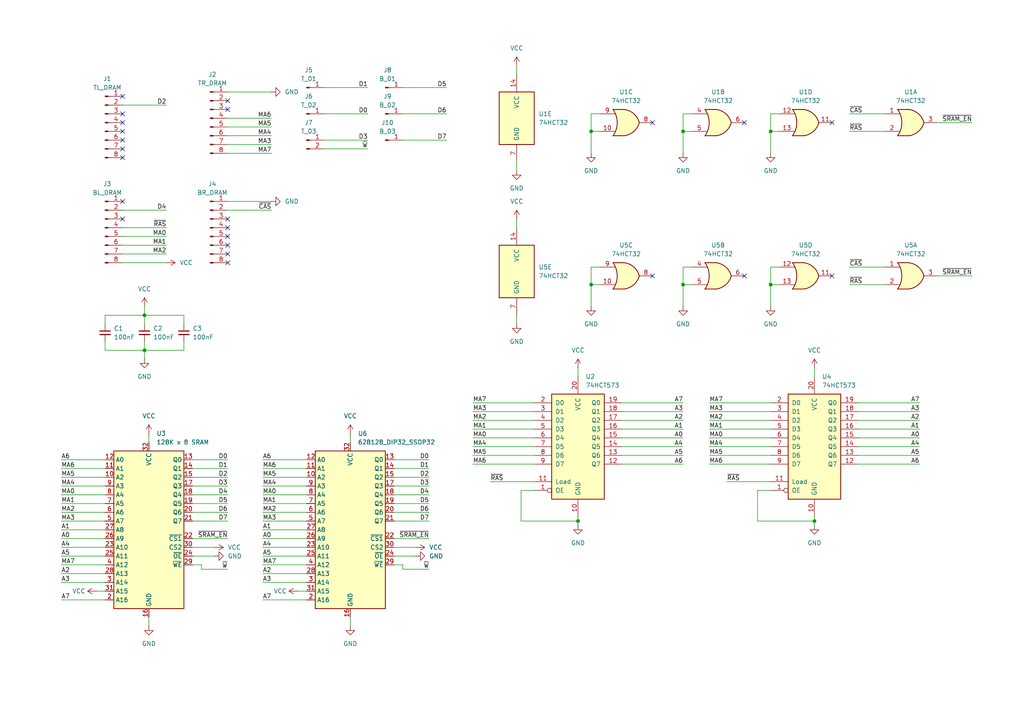
<source format=kicad_sch>
(kicad_sch (version 20231120) (generator "eeschema") (generator_version "8.0")
  (paper "A4")
  (lib_symbols
    (symbol "74xx:74LS32" (pin_names (offset 1.016))
      (property "Reference" "U" (at 0 1.27 0))
      (property "Value" "74LS32" (at 0 -1.27 0))
      (symbol "74LS32_1_1"
        (arc (start -3.81 -3.81) (mid -2.589 0) (end -3.81 3.81) (stroke (width 0.254)))
        (arc (start -0.6096 -3.81) (mid 2.1842 -2.5851) (end 3.81 0) (stroke (width 0.254)) (fill (type background)))
        (polyline (pts (xy -3.81 -3.81) (xy -0.635 -3.81)) (stroke (width 0.254)) (fill (type background)))
        (polyline (pts (xy -3.81 3.81) (xy -0.635 3.81)) (stroke (width 0.254)) (fill (type background)))
        (polyline (pts (xy -0.635 3.81) (xy -3.81 3.81) (xy -3.81 3.81) (xy -3.556 3.4036) (xy -3.0226 2.2606) (xy -2.6924 1.0414) (xy -2.6162 -0.254) (xy -2.7686 -1.4986) (xy -3.175 -2.7178) (xy -3.81 -3.81) (xy -3.81 -3.81) (xy -0.635 -3.81)) (stroke (width -25.4)) (fill (type background)))
        (arc (start 3.81 0) (mid 2.1915 2.5936) (end -0.6096 3.81) (stroke (width 0.254)) (fill (type background)))
        (pin input line (at -7.62 2.54 0) (length 4.318) (name "~") (number "1"))
        (pin input line (at -7.62 -2.54 0) (length 4.318) (name "~") (number "2"))
        (pin output line (at 7.62 0 180) (length 3.81) (name "~") (number "3"))
      )
      (symbol "74LS32_1_2"
        (arc (start 0 -3.81) (mid 3.7934 0) (end 0 3.81) (stroke (width 0.254)) (fill (type background)))
        (polyline (pts (xy 0 3.81) (xy -3.81 3.81) (xy -3.81 -3.81) (xy 0 -3.81)) (stroke (width 0.254)) (fill (type background)))
        (pin input inverted (at -7.62 2.54 0) (length 3.81) (name "~") (number "1"))
        (pin input inverted (at -7.62 -2.54 0) (length 3.81) (name "~") (number "2"))
        (pin output inverted (at 7.62 0 180) (length 3.81) (name "~") (number "3"))
      )
      (symbol "74LS32_2_1"
        (arc (start -3.81 -3.81) (mid -2.589 0) (end -3.81 3.81) (stroke (width 0.254)))
        (arc (start -0.6096 -3.81) (mid 2.1842 -2.5851) (end 3.81 0) (stroke (width 0.254)) (fill (type background)))
        (polyline (pts (xy -3.81 -3.81) (xy -0.635 -3.81)) (stroke (width 0.254)) (fill (type background)))
        (polyline (pts (xy -3.81 3.81) (xy -0.635 3.81)) (stroke (width 0.254)) (fill (type background)))
        (polyline (pts (xy -0.635 3.81) (xy -3.81 3.81) (xy -3.81 3.81) (xy -3.556 3.4036) (xy -3.0226 2.2606) (xy -2.6924 1.0414) (xy -2.6162 -0.254) (xy -2.7686 -1.4986) (xy -3.175 -2.7178) (xy -3.81 -3.81) (xy -3.81 -3.81) (xy -0.635 -3.81)) (stroke (width -25.4)) (fill (type background)))
        (arc (start 3.81 0) (mid 2.1915 2.5936) (end -0.6096 3.81) (stroke (width 0.254)) (fill (type background)))
        (pin input line (at -7.62 2.54 0) (length 4.318) (name "~") (number "4"))
        (pin input line (at -7.62 -2.54 0) (length 4.318) (name "~") (number "5"))
        (pin output line (at 7.62 0 180) (length 3.81) (name "~") (number "6"))
      )
      (symbol "74LS32_2_2"
        (arc (start 0 -3.81) (mid 3.7934 0) (end 0 3.81) (stroke (width 0.254)) (fill (type background)))
        (polyline (pts (xy 0 3.81) (xy -3.81 3.81) (xy -3.81 -3.81) (xy 0 -3.81)) (stroke (width 0.254)) (fill (type background)))
        (pin input inverted (at -7.62 2.54 0) (length 3.81) (name "~") (number "4"))
        (pin input inverted (at -7.62 -2.54 0) (length 3.81) (name "~") (number "5"))
        (pin output inverted (at 7.62 0 180) (length 3.81) (name "~") (number "6"))
      )
      (symbol "74LS32_3_1"
        (arc (start -3.81 -3.81) (mid -2.589 0) (end -3.81 3.81) (stroke (width 0.254)))
        (arc (start -0.6096 -3.81) (mid 2.1842 -2.5851) (end 3.81 0) (stroke (width 0.254)) (fill (type background)))
        (polyline (pts (xy -3.81 -3.81) (xy -0.635 -3.81)) (stroke (width 0.254)) (fill (type background)))
        (polyline (pts (xy -3.81 3.81) (xy -0.635 3.81)) (stroke (width 0.254)) (fill (type background)))
        (polyline (pts (xy -0.635 3.81) (xy -3.81 3.81) (xy -3.81 3.81) (xy -3.556 3.4036) (xy -3.0226 2.2606) (xy -2.6924 1.0414) (xy -2.6162 -0.254) (xy -2.7686 -1.4986) (xy -3.175 -2.7178) (xy -3.81 -3.81) (xy -3.81 -3.81) (xy -0.635 -3.81)) (stroke (width -25.4)) (fill (type background)))
        (arc (start 3.81 0) (mid 2.1915 2.5936) (end -0.6096 3.81) (stroke (width 0.254)) (fill (type background)))
        (pin input line (at -7.62 -2.54 0) (length 4.318) (name "~") (number "10"))
        (pin output line (at 7.62 0 180) (length 3.81) (name "~") (number "8"))
        (pin input line (at -7.62 2.54 0) (length 4.318) (name "~") (number "9"))
      )
      (symbol "74LS32_3_2"
        (arc (start 0 -3.81) (mid 3.7934 0) (end 0 3.81) (stroke (width 0.254)) (fill (type background)))
        (polyline (pts (xy 0 3.81) (xy -3.81 3.81) (xy -3.81 -3.81) (xy 0 -3.81)) (stroke (width 0.254)) (fill (type background)))
        (pin input inverted (at -7.62 -2.54 0) (length 3.81) (name "~") (number "10"))
        (pin output inverted (at 7.62 0 180) (length 3.81) (name "~") (number "8"))
        (pin input inverted (at -7.62 2.54 0) (length 3.81) (name "~") (number "9"))
      )
      (symbol "74LS32_4_1"
        (arc (start -3.81 -3.81) (mid -2.589 0) (end -3.81 3.81) (stroke (width 0.254)))
        (arc (start -0.6096 -3.81) (mid 2.1842 -2.5851) (end 3.81 0) (stroke (width 0.254)) (fill (type background)))
        (polyline (pts (xy -3.81 -3.81) (xy -0.635 -3.81)) (stroke (width 0.254)) (fill (type background)))
        (polyline (pts (xy -3.81 3.81) (xy -0.635 3.81)) (stroke (width 0.254)) (fill (type background)))
        (polyline (pts (xy -0.635 3.81) (xy -3.81 3.81) (xy -3.81 3.81) (xy -3.556 3.4036) (xy -3.0226 2.2606) (xy -2.6924 1.0414) (xy -2.6162 -0.254) (xy -2.7686 -1.4986) (xy -3.175 -2.7178) (xy -3.81 -3.81) (xy -3.81 -3.81) (xy -0.635 -3.81)) (stroke (width -25.4)) (fill (type background)))
        (arc (start 3.81 0) (mid 2.1915 2.5936) (end -0.6096 3.81) (stroke (width 0.254)) (fill (type background)))
        (pin output line (at 7.62 0 180) (length 3.81) (name "~") (number "11"))
        (pin input line (at -7.62 2.54 0) (length 4.318) (name "~") (number "12"))
        (pin input line (at -7.62 -2.54 0) (length 4.318) (name "~") (number "13"))
      )
      (symbol "74LS32_4_2"
        (arc (start 0 -3.81) (mid 3.7934 0) (end 0 3.81) (stroke (width 0.254)) (fill (type background)))
        (polyline (pts (xy 0 3.81) (xy -3.81 3.81) (xy -3.81 -3.81) (xy 0 -3.81)) (stroke (width 0.254)) (fill (type background)))
        (pin output inverted (at 7.62 0 180) (length 3.81) (name "~") (number "11"))
        (pin input inverted (at -7.62 2.54 0) (length 3.81) (name "~") (number "12"))
        (pin input inverted (at -7.62 -2.54 0) (length 3.81) (name "~") (number "13"))
      )
      (symbol "74LS32_5_0"
        (pin power_in line (at 0 12.7 270) (length 5.08) (name "VCC") (number "14"))
        (pin power_in line (at 0 -12.7 90) (length 5.08) (name "GND") (number "7"))
      )
      (symbol "74LS32_5_1"
        (rectangle (start -5.08 7.62) (end 5.08 -7.62) (stroke (width 0.254)) (fill (type background)))
      )
    )
    (symbol "74xx:74LS573" (pin_names (offset 1.016))
      (property "Reference" "U" (at -7.62 16.51 0))
      (property "Value" "74LS573" (at -7.62 -16.51 0))
      (symbol "74LS573_1_0"
        (pin input inverted (at -12.7 -12.7 0) (length 5.08) (name "OE") (number "1"))
        (pin power_in line (at 0 -20.32 90) (length 5.08) (name "GND") (number "10"))
        (pin input line (at -12.7 -10.16 0) (length 5.08) (name "Load") (number "11"))
        (pin tri_state line (at 12.7 -5.08 180) (length 5.08) (name "Q7") (number "12"))
        (pin tri_state line (at 12.7 -2.54 180) (length 5.08) (name "Q6") (number "13"))
        (pin tri_state line (at 12.7 0 180) (length 5.08) (name "Q5") (number "14"))
        (pin tri_state line (at 12.7 2.54 180) (length 5.08) (name "Q4") (number "15"))
        (pin tri_state line (at 12.7 5.08 180) (length 5.08) (name "Q3") (number "16"))
        (pin tri_state line (at 12.7 7.62 180) (length 5.08) (name "Q2") (number "17"))
        (pin tri_state line (at 12.7 10.16 180) (length 5.08) (name "Q1") (number "18"))
        (pin tri_state line (at 12.7 12.7 180) (length 5.08) (name "Q0") (number "19"))
        (pin input line (at -12.7 12.7 0) (length 5.08) (name "D0") (number "2"))
        (pin power_in line (at 0 20.32 270) (length 5.08) (name "VCC") (number "20"))
        (pin input line (at -12.7 10.16 0) (length 5.08) (name "D1") (number "3"))
        (pin input line (at -12.7 7.62 0) (length 5.08) (name "D2") (number "4"))
        (pin input line (at -12.7 5.08 0) (length 5.08) (name "D3") (number "5"))
        (pin input line (at -12.7 2.54 0) (length 5.08) (name "D4") (number "6"))
        (pin input line (at -12.7 0 0) (length 5.08) (name "D5") (number "7"))
        (pin input line (at -12.7 -2.54 0) (length 5.08) (name "D6") (number "8"))
        (pin input line (at -12.7 -5.08 0) (length 5.08) (name "D7") (number "9"))
      )
      (symbol "74LS573_1_1"
        (rectangle (start -7.62 15.24) (end 7.62 -15.24) (stroke (width 0.254)) (fill (type background)))
      )
    )
    (symbol "Connector:Conn_01x01_Pin" (pin_names (offset 1.016) hide)
      (property "Reference" "J" (at 0 2.54 0))
      (property "Value" "Conn_01x01_Pin" (at 0 -2.54 0))
      (symbol "Conn_01x01_Pin_1_1"
        (polyline (pts (xy 1.27 0) (xy 0.8636 0)) (stroke (width 0.1524)))
        (rectangle (start 0.8636 0.127) (end 0 -0.127) (stroke (width 0.1524)) (fill (type outline)))
        (pin passive line (at 5.08 0 180) (length 3.81) (name "Pin_1") (number "1"))
      )
    )
    (symbol "Connector:Conn_01x02_Pin" (pin_names (offset 1.016) hide)
      (property "Reference" "J" (at 0 2.54 0))
      (property "Value" "Conn_01x02_Pin" (at 0 -5.08 0))
      (symbol "Conn_01x02_Pin_1_1"
        (polyline (pts (xy 1.27 -2.54) (xy 0.8636 -2.54)) (stroke (width 0.1524)))
        (polyline (pts (xy 1.27 0) (xy 0.8636 0)) (stroke (width 0.1524)))
        (rectangle (start 0.8636 -2.413) (end 0 -2.667) (stroke (width 0.1524)) (fill (type outline)))
        (rectangle (start 0.8636 0.127) (end 0 -0.127) (stroke (width 0.1524)) (fill (type outline)))
        (pin passive line (at 5.08 0 180) (length 3.81) (name "Pin_1") (number "1"))
        (pin passive line (at 5.08 -2.54 180) (length 3.81) (name "Pin_2") (number "2"))
      )
    )
    (symbol "Connector:Conn_01x08_Pin" (pin_names (offset 1.016) hide)
      (property "Reference" "J" (at 0 10.16 0))
      (property "Value" "Conn_01x08_Pin" (at 0 -12.7 0))
      (symbol "Conn_01x08_Pin_1_1"
        (polyline (pts (xy 1.27 -10.16) (xy 0.8636 -10.16)) (stroke (width 0.1524)))
        (polyline (pts (xy 1.27 -7.62) (xy 0.8636 -7.62)) (stroke (width 0.1524)))
        (polyline (pts (xy 1.27 -5.08) (xy 0.8636 -5.08)) (stroke (width 0.1524)))
        (polyline (pts (xy 1.27 -2.54) (xy 0.8636 -2.54)) (stroke (width 0.1524)))
        (polyline (pts (xy 1.27 0) (xy 0.8636 0)) (stroke (width 0.1524)))
        (polyline (pts (xy 1.27 2.54) (xy 0.8636 2.54)) (stroke (width 0.1524)))
        (polyline (pts (xy 1.27 5.08) (xy 0.8636 5.08)) (stroke (width 0.1524)))
        (polyline (pts (xy 1.27 7.62) (xy 0.8636 7.62)) (stroke (width 0.1524)))
        (rectangle (start 0.8636 -10.033) (end 0 -10.287) (stroke (width 0.1524)) (fill (type outline)))
        (rectangle (start 0.8636 -7.493) (end 0 -7.747) (stroke (width 0.1524)) (fill (type outline)))
        (rectangle (start 0.8636 -4.953) (end 0 -5.207) (stroke (width 0.1524)) (fill (type outline)))
        (rectangle (start 0.8636 -2.413) (end 0 -2.667) (stroke (width 0.1524)) (fill (type outline)))
        (rectangle (start 0.8636 0.127) (end 0 -0.127) (stroke (width 0.1524)) (fill (type outline)))
        (rectangle (start 0.8636 2.667) (end 0 2.413) (stroke (width 0.1524)) (fill (type outline)))
        (rectangle (start 0.8636 5.207) (end 0 4.953) (stroke (width 0.1524)) (fill (type outline)))
        (rectangle (start 0.8636 7.747) (end 0 7.493) (stroke (width 0.1524)) (fill (type outline)))
        (pin passive line (at 5.08 7.62 180) (length 3.81) (name "Pin_1") (number "1"))
        (pin passive line (at 5.08 5.08 180) (length 3.81) (name "Pin_2") (number "2"))
        (pin passive line (at 5.08 2.54 180) (length 3.81) (name "Pin_3") (number "3"))
        (pin passive line (at 5.08 0 180) (length 3.81) (name "Pin_4") (number "4"))
        (pin passive line (at 5.08 -2.54 180) (length 3.81) (name "Pin_5") (number "5"))
        (pin passive line (at 5.08 -5.08 180) (length 3.81) (name "Pin_6") (number "6"))
        (pin passive line (at 5.08 -7.62 180) (length 3.81) (name "Pin_7") (number "7"))
        (pin passive line (at 5.08 -10.16 180) (length 3.81) (name "Pin_8") (number "8"))
      )
    )
    (symbol "Device:C_Small" (pin_numbers hide) (pin_names (offset 0.254) hide)
      (property "Reference" "C" (at 0.254 1.778 0))
      (property "Value" "C_Small" (at 0.254 -2.032 0))
      (symbol "C_Small_0_1"
        (polyline (pts (xy -1.524 -0.508) (xy 1.524 -0.508)) (stroke (width 0.3302)))
        (polyline (pts (xy -1.524 0.508) (xy 1.524 0.508)) (stroke (width 0.3048)))
      )
      (symbol "C_Small_1_1"
        (pin passive line (at 0 2.54 270) (length 2.032) (name "~") (number "1"))
        (pin passive line (at 0 -2.54 90) (length 2.032) (name "~") (number "2"))
      )
    )
    (symbol "Memory_RAM:628128_DIP32_SSOP32"
      (property "Reference" "U" (at -10.16 23.495 0))
      (property "Value" "628128_DIP32_SSOP32" (at 2.54 23.495 0))
      (symbol "628128_DIP32_SSOP32_0_0"
        (pin power_in line (at 0 -25.4 90) (length 2.54) (name "GND") (number "16"))
        (pin power_in line (at 0 25.4 270) (length 2.54) (name "VCC") (number "32"))
      )
      (symbol "628128_DIP32_SSOP32_0_1"
        (rectangle (start -10.16 22.86) (end 10.16 -22.86) (stroke (width 0.254)) (fill (type background)))
      )
      (symbol "628128_DIP32_SSOP32_1_1"
        (pin no_connect line (at 10.16 -20.32 180) (length 2.54) hide (name "NC") (number "1"))
        (pin input line (at -12.7 15.24 0) (length 2.54) (name "A2") (number "10"))
        (pin input line (at -12.7 17.78 0) (length 2.54) (name "A1") (number "11"))
        (pin input line (at -12.7 20.32 0) (length 2.54) (name "A0") (number "12"))
        (pin tri_state line (at 12.7 20.32 180) (length 2.54) (name "Q0") (number "13"))
        (pin tri_state line (at 12.7 17.78 180) (length 2.54) (name "Q1") (number "14"))
        (pin tri_state line (at 12.7 15.24 180) (length 2.54) (name "Q2") (number "15"))
        (pin tri_state line (at 12.7 12.7 180) (length 2.54) (name "Q3") (number "17"))
        (pin tri_state line (at 12.7 10.16 180) (length 2.54) (name "Q4") (number "18"))
        (pin tri_state line (at 12.7 7.62 180) (length 2.54) (name "Q5") (number "19"))
        (pin input line (at -12.7 -20.32 0) (length 2.54) (name "A16") (number "2"))
        (pin tri_state line (at 12.7 5.08 180) (length 2.54) (name "Q6") (number "20"))
        (pin tri_state line (at 12.7 2.54 180) (length 2.54) (name "Q7") (number "21"))
        (pin input line (at 12.7 -2.54 180) (length 2.54) (name "~{CS1}") (number "22"))
        (pin input line (at -12.7 -5.08 0) (length 2.54) (name "A10") (number "23"))
        (pin input line (at 12.7 -7.62 180) (length 2.54) (name "~{OE}") (number "24"))
        (pin input line (at -12.7 -7.62 0) (length 2.54) (name "A11") (number "25"))
        (pin input line (at -12.7 -2.54 0) (length 2.54) (name "A9") (number "26"))
        (pin input line (at -12.7 0 0) (length 2.54) (name "A8") (number "27"))
        (pin input line (at -12.7 -12.7 0) (length 2.54) (name "A13") (number "28"))
        (pin input line (at 12.7 -10.16 180) (length 2.54) (name "~{WE}") (number "29"))
        (pin input line (at -12.7 -15.24 0) (length 2.54) (name "A14") (number "3"))
        (pin input line (at 12.7 -5.08 180) (length 2.54) (name "CS2") (number "30"))
        (pin input line (at -12.7 -17.78 0) (length 2.54) (name "A15") (number "31"))
        (pin input line (at -12.7 -10.16 0) (length 2.54) (name "A12") (number "4"))
        (pin input line (at -12.7 2.54 0) (length 2.54) (name "A7") (number "5"))
        (pin input line (at -12.7 5.08 0) (length 2.54) (name "A6") (number "6"))
        (pin input line (at -12.7 7.62 0) (length 2.54) (name "A5") (number "7"))
        (pin input line (at -12.7 10.16 0) (length 2.54) (name "A4") (number "8"))
        (pin input line (at -12.7 12.7 0) (length 2.54) (name "A3") (number "9"))
      )
    )
    (symbol "power:GND" (power) (pin_numbers hide) (pin_names (offset 0) hide)
      (property "Value" "GND" (at 0 -3.81 0))
      (symbol "GND_0_1"
        (polyline (pts (xy 0 0) (xy 0 -1.27) (xy 1.27 -1.27) (xy 0 -2.54) (xy -1.27 -1.27) (xy 0 -1.27)))
      )
      (symbol "GND_1_1"
        (pin power_in line (at 0 0 270) (length 0) (name "~") (number "1"))
      )
    )
    (symbol "power:VCC" (power) (pin_numbers hide) (pin_names (offset 0) hide)
      (property "Value" "VCC" (at 0 3.556 0))
      (symbol "VCC_0_1"
        (polyline (pts (xy -0.762 1.27) (xy 0 2.54)))
        (polyline (pts (xy 0 0) (xy 0 2.54)))
        (polyline (pts (xy 0 2.54) (xy 0.762 1.27)))
      )
      (symbol "VCC_1_1"
        (pin power_in line (at 0 0 90) (length 0) (name "~") (number "1"))
      )
    )
  )
  (junction (at 167.64 151.13))
  (junction (at 223.52 38.1))
  (junction (at 198.12 82.55))
  (junction (at 41.91 101.6))
  (junction (at 171.45 82.55))
  (junction (at 198.12 38.1))
  (junction (at 171.45 38.1))
  (junction (at 41.91 91.44))
  (junction (at 223.52 82.55))
  (junction (at 236.22 151.13))
  (no_connect (at 66.04 31.75))
  (no_connect (at 241.3 80.01))
  (no_connect (at 35.56 27.94))
  (no_connect (at 35.56 63.5))
  (no_connect (at 215.9 35.56))
  (no_connect (at 66.04 63.5))
  (no_connect (at 35.56 43.18))
  (no_connect (at 66.04 73.66))
  (no_connect (at 189.23 35.56))
  (no_connect (at 66.04 66.04))
  (no_connect (at 66.04 29.21))
  (no_connect (at 66.04 71.12))
  (no_connect (at 35.56 38.1))
  (no_connect (at 215.9 80.01))
  (no_connect (at 241.3 35.56))
  (no_connect (at 189.23 80.01))
  (no_connect (at 66.04 76.2))
  (no_connect (at 66.04 68.58))
  (no_connect (at 35.56 40.64))
  (no_connect (at 35.56 35.56))
  (no_connect (at 35.56 58.42))
  (no_connect (at 35.56 45.72))
  (no_connect (at 35.56 33.02))
  (wire (pts (xy 27.94 171.45) (xy 30.48 171.45)))
  (wire (pts (xy 66.04 34.29) (xy 78.74 34.29)))
  (wire (pts (xy 76.2 153.67) (xy 88.9 153.67)))
  (wire (pts (xy 114.3 140.97) (xy 124.46 140.97)))
  (wire (pts (xy 101.6 179.07) (xy 101.6 181.61)))
  (wire (pts (xy 114.3 135.89) (xy 124.46 135.89)))
  (wire (pts (xy 167.64 149.86) (xy 167.64 151.13)))
  (wire (pts (xy 93.98 33.02) (xy 106.68 33.02)))
  (wire (pts (xy 114.3 161.29) (xy 120.65 161.29)))
  (wire (pts (xy 137.16 129.54) (xy 154.94 129.54)))
  (wire (pts (xy 41.91 88.9) (xy 41.91 91.44)))
  (wire (pts (xy 41.91 91.44) (xy 53.34 91.44)))
  (wire (pts (xy 35.56 60.96) (xy 48.26 60.96)))
  (wire (pts (xy 116.84 165.1) (xy 124.46 165.1)))
  (wire (pts (xy 17.78 133.35) (xy 30.48 133.35)))
  (wire (pts (xy 248.92 132.08) (xy 266.7 132.08)))
  (wire (pts (xy 76.2 173.99) (xy 88.9 173.99)))
  (wire (pts (xy 223.52 33.02) (xy 226.06 33.02)))
  (wire (pts (xy 76.2 166.37) (xy 88.9 166.37)))
  (wire (pts (xy 30.48 93.98) (xy 30.48 91.44)))
  (wire (pts (xy 17.78 146.05) (xy 30.48 146.05)))
  (wire (pts (xy 223.52 139.7) (xy 210.82 139.7)))
  (wire (pts (xy 223.52 88.9) (xy 223.52 82.55)))
  (wire (pts (xy 271.78 80.01) (xy 281.94 80.01)))
  (wire (pts (xy 76.2 133.35) (xy 88.9 133.35)))
  (wire (pts (xy 41.91 101.6) (xy 41.91 104.14)))
  (wire (pts (xy 17.78 138.43) (xy 30.48 138.43)))
  (wire (pts (xy 114.3 143.51) (xy 124.46 143.51)))
  (wire (pts (xy 151.13 142.24) (xy 154.94 142.24)))
  (wire (pts (xy 236.22 151.13) (xy 236.22 152.4)))
  (wire (pts (xy 114.3 148.59) (xy 124.46 148.59)))
  (wire (pts (xy 248.92 121.92) (xy 266.7 121.92)))
  (wire (pts (xy 116.84 33.02) (xy 129.54 33.02)))
  (wire (pts (xy 171.45 82.55) (xy 173.99 82.55)))
  (wire (pts (xy 76.2 151.13) (xy 88.9 151.13)))
  (wire (pts (xy 76.2 163.83) (xy 88.9 163.83)))
  (wire (pts (xy 271.78 35.56) (xy 281.94 35.56)))
  (wire (pts (xy 17.78 140.97) (xy 30.48 140.97)))
  (wire (pts (xy 35.56 71.12) (xy 48.26 71.12)))
  (wire (pts (xy 43.18 125.73) (xy 43.18 128.27)))
  (wire (pts (xy 236.22 106.68) (xy 236.22 109.22)))
  (wire (pts (xy 53.34 91.44) (xy 53.34 93.98)))
  (wire (pts (xy 55.88 161.29) (xy 62.23 161.29)))
  (wire (pts (xy 205.74 127) (xy 223.52 127)))
  (wire (pts (xy 35.56 73.66) (xy 48.26 73.66)))
  (wire (pts (xy 114.3 151.13) (xy 124.46 151.13)))
  (wire (pts (xy 137.16 134.62) (xy 154.94 134.62)))
  (wire (pts (xy 246.38 38.1) (xy 256.54 38.1)))
  (wire (pts (xy 66.04 60.96) (xy 78.74 60.96)))
  (wire (pts (xy 248.92 119.38) (xy 266.7 119.38)))
  (wire (pts (xy 35.56 68.58) (xy 48.26 68.58)))
  (wire (pts (xy 167.64 106.68) (xy 167.64 109.22)))
  (wire (pts (xy 17.78 135.89) (xy 30.48 135.89)))
  (wire (pts (xy 171.45 38.1) (xy 171.45 33.02)))
  (wire (pts (xy 149.86 91.44) (xy 149.86 93.98)))
  (wire (pts (xy 198.12 77.47) (xy 200.66 77.47)))
  (wire (pts (xy 198.12 38.1) (xy 198.12 33.02)))
  (wire (pts (xy 149.86 63.5) (xy 149.86 66.04)))
  (wire (pts (xy 76.2 158.75) (xy 88.9 158.75)))
  (wire (pts (xy 76.2 146.05) (xy 88.9 146.05)))
  (wire (pts (xy 30.48 99.06) (xy 30.48 101.6)))
  (wire (pts (xy 41.91 99.06) (xy 41.91 101.6)))
  (wire (pts (xy 198.12 88.9) (xy 198.12 82.55)))
  (wire (pts (xy 180.34 129.54) (xy 198.12 129.54)))
  (wire (pts (xy 167.64 151.13) (xy 167.64 152.4)))
  (wire (pts (xy 248.92 124.46) (xy 266.7 124.46)))
  (wire (pts (xy 223.52 44.45) (xy 223.52 38.1)))
  (wire (pts (xy 180.34 121.92) (xy 198.12 121.92)))
  (wire (pts (xy 66.04 26.67) (xy 78.74 26.67)))
  (wire (pts (xy 66.04 58.42) (xy 78.74 58.42)))
  (wire (pts (xy 198.12 38.1) (xy 200.66 38.1)))
  (wire (pts (xy 236.22 149.86) (xy 236.22 151.13)))
  (wire (pts (xy 151.13 151.13) (xy 151.13 142.24)))
  (wire (pts (xy 58.42 163.83) (xy 58.42 165.1)))
  (wire (pts (xy 116.84 163.83) (xy 116.84 165.1)))
  (wire (pts (xy 114.3 158.75) (xy 120.65 158.75)))
  (wire (pts (xy 137.16 119.38) (xy 154.94 119.38)))
  (wire (pts (xy 35.56 66.04) (xy 48.26 66.04)))
  (wire (pts (xy 223.52 38.1) (xy 223.52 33.02)))
  (wire (pts (xy 17.78 153.67) (xy 30.48 153.67)))
  (wire (pts (xy 35.56 76.2) (xy 48.26 76.2)))
  (wire (pts (xy 137.16 124.46) (xy 154.94 124.46)))
  (wire (pts (xy 116.84 40.64) (xy 129.54 40.64)))
  (wire (pts (xy 205.74 121.92) (xy 223.52 121.92)))
  (wire (pts (xy 17.78 148.59) (xy 30.48 148.59)))
  (wire (pts (xy 180.34 132.08) (xy 198.12 132.08)))
  (wire (pts (xy 248.92 129.54) (xy 266.7 129.54)))
  (wire (pts (xy 17.78 173.99) (xy 30.48 173.99)))
  (wire (pts (xy 53.34 101.6) (xy 53.34 99.06)))
  (wire (pts (xy 17.78 168.91) (xy 30.48 168.91)))
  (wire (pts (xy 198.12 33.02) (xy 200.66 33.02)))
  (wire (pts (xy 66.04 39.37) (xy 78.74 39.37)))
  (wire (pts (xy 114.3 133.35) (xy 124.46 133.35)))
  (wire (pts (xy 17.78 161.29) (xy 30.48 161.29)))
  (wire (pts (xy 219.71 151.13) (xy 219.71 142.24)))
  (wire (pts (xy 223.52 77.47) (xy 226.06 77.47)))
  (wire (pts (xy 171.45 44.45) (xy 171.45 38.1)))
  (wire (pts (xy 93.98 43.18) (xy 106.68 43.18)))
  (wire (pts (xy 137.16 132.08) (xy 154.94 132.08)))
  (wire (pts (xy 180.34 134.62) (xy 198.12 134.62)))
  (wire (pts (xy 248.92 127) (xy 266.7 127)))
  (wire (pts (xy 93.98 25.4) (xy 106.68 25.4)))
  (wire (pts (xy 93.98 40.64) (xy 106.68 40.64)))
  (wire (pts (xy 114.3 163.83) (xy 116.84 163.83)))
  (wire (pts (xy 17.78 158.75) (xy 30.48 158.75)))
  (wire (pts (xy 246.38 77.47) (xy 256.54 77.47)))
  (wire (pts (xy 55.88 156.21) (xy 66.04 156.21)))
  (wire (pts (xy 66.04 36.83) (xy 78.74 36.83)))
  (wire (pts (xy 223.52 82.55) (xy 226.06 82.55)))
  (wire (pts (xy 205.74 124.46) (xy 223.52 124.46)))
  (wire (pts (xy 17.78 156.21) (xy 30.48 156.21)))
  (wire (pts (xy 223.52 38.1) (xy 226.06 38.1)))
  (wire (pts (xy 17.78 151.13) (xy 30.48 151.13)))
  (wire (pts (xy 55.88 138.43) (xy 66.04 138.43)))
  (wire (pts (xy 17.78 143.51) (xy 30.48 143.51)))
  (wire (pts (xy 55.88 133.35) (xy 66.04 133.35)))
  (wire (pts (xy 55.88 140.97) (xy 66.04 140.97)))
  (wire (pts (xy 219.71 151.13) (xy 236.22 151.13)))
  (wire (pts (xy 246.38 82.55) (xy 256.54 82.55)))
  (wire (pts (xy 76.2 148.59) (xy 88.9 148.59)))
  (wire (pts (xy 246.38 33.02) (xy 256.54 33.02)))
  (wire (pts (xy 58.42 165.1) (xy 66.04 165.1)))
  (wire (pts (xy 55.88 143.51) (xy 66.04 143.51)))
  (wire (pts (xy 171.45 88.9) (xy 171.45 82.55)))
  (wire (pts (xy 43.18 179.07) (xy 43.18 181.61)))
  (wire (pts (xy 171.45 38.1) (xy 173.99 38.1)))
  (wire (pts (xy 55.88 158.75) (xy 62.23 158.75)))
  (wire (pts (xy 41.91 101.6) (xy 53.34 101.6)))
  (wire (pts (xy 223.52 82.55) (xy 223.52 77.47)))
  (wire (pts (xy 180.34 124.46) (xy 198.12 124.46)))
  (wire (pts (xy 198.12 82.55) (xy 198.12 77.47)))
  (wire (pts (xy 55.88 135.89) (xy 66.04 135.89)))
  (wire (pts (xy 151.13 151.13) (xy 167.64 151.13)))
  (wire (pts (xy 66.04 41.91) (xy 78.74 41.91)))
  (wire (pts (xy 55.88 151.13) (xy 66.04 151.13)))
  (wire (pts (xy 180.34 127) (xy 198.12 127)))
  (wire (pts (xy 76.2 135.89) (xy 88.9 135.89)))
  (wire (pts (xy 76.2 140.97) (xy 88.9 140.97)))
  (wire (pts (xy 41.91 91.44) (xy 41.91 93.98)))
  (wire (pts (xy 248.92 134.62) (xy 266.7 134.62)))
  (wire (pts (xy 76.2 156.21) (xy 88.9 156.21)))
  (wire (pts (xy 116.84 25.4) (xy 129.54 25.4)))
  (wire (pts (xy 180.34 116.84) (xy 198.12 116.84)))
  (wire (pts (xy 55.88 163.83) (xy 58.42 163.83)))
  (wire (pts (xy 17.78 163.83) (xy 30.48 163.83)))
  (wire (pts (xy 171.45 33.02) (xy 173.99 33.02)))
  (wire (pts (xy 149.86 46.99) (xy 149.86 49.53)))
  (wire (pts (xy 17.78 166.37) (xy 30.48 166.37)))
  (wire (pts (xy 137.16 121.92) (xy 154.94 121.92)))
  (wire (pts (xy 114.3 146.05) (xy 124.46 146.05)))
  (wire (pts (xy 114.3 138.43) (xy 124.46 138.43)))
  (wire (pts (xy 66.04 44.45) (xy 78.74 44.45)))
  (wire (pts (xy 205.74 132.08) (xy 223.52 132.08)))
  (wire (pts (xy 86.36 171.45) (xy 88.9 171.45)))
  (wire (pts (xy 180.34 119.38) (xy 198.12 119.38)))
  (wire (pts (xy 30.48 91.44) (xy 41.91 91.44)))
  (wire (pts (xy 76.2 161.29) (xy 88.9 161.29)))
  (wire (pts (xy 154.94 139.7) (xy 142.24 139.7)))
  (wire (pts (xy 55.88 146.05) (xy 66.04 146.05)))
  (wire (pts (xy 76.2 138.43) (xy 88.9 138.43)))
  (wire (pts (xy 219.71 142.24) (xy 223.52 142.24)))
  (wire (pts (xy 30.48 101.6) (xy 41.91 101.6)))
  (wire (pts (xy 76.2 143.51) (xy 88.9 143.51)))
  (wire (pts (xy 205.74 119.38) (xy 223.52 119.38)))
  (wire (pts (xy 171.45 77.47) (xy 173.99 77.47)))
  (wire (pts (xy 101.6 125.73) (xy 101.6 128.27)))
  (wire (pts (xy 198.12 82.55) (xy 200.66 82.55)))
  (wire (pts (xy 137.16 127) (xy 154.94 127)))
  (wire (pts (xy 205.74 134.62) (xy 223.52 134.62)))
  (wire (pts (xy 137.16 116.84) (xy 154.94 116.84)))
  (wire (pts (xy 171.45 82.55) (xy 171.45 77.47)))
  (wire (pts (xy 149.86 19.05) (xy 149.86 21.59)))
  (wire (pts (xy 55.88 148.59) (xy 66.04 148.59)))
  (wire (pts (xy 205.74 129.54) (xy 223.52 129.54)))
  (wire (pts (xy 35.56 30.48) (xy 48.26 30.48)))
  (wire (pts (xy 248.92 116.84) (xy 266.7 116.84)))
  (wire (pts (xy 198.12 44.45) (xy 198.12 38.1)))
  (wire (pts (xy 114.3 156.21) (xy 124.46 156.21)))
  (wire (pts (xy 205.74 116.84) (xy 223.52 116.84)))
  (wire (pts (xy 76.2 168.91) (xy 88.9 168.91)))
  (label "MA6" (at 17.78 135.89 0))
  (label "A7" (at 198.12 116.84 180))
  (label "MA2" (at 205.74 121.92 0))
  (label "D5" (at 129.54 25.4 180))
  (label "A1" (at 266.7 124.46 180))
  (label "D5" (at 124.46 146.05 180))
  (label "D4" (at 48.26 60.96 180))
  (label "~{RAS}" (at 142.24 139.7 0))
  (label "MA3" (at 78.74 41.91 180))
  (label "D2" (at 48.26 30.48 180))
  (label "MA2" (at 48.26 73.66 180))
  (label "MA7" (at 205.74 116.84 0))
  (label "D0" (at 66.04 133.35 180))
  (label "A1" (at 76.2 153.67 0))
  (label "D1" (at 66.04 135.89 180))
  (label "MA7" (at 78.74 44.45 180))
  (label "A3" (at 198.12 119.38 180))
  (label "D7" (at 129.54 40.64 180))
  (label "A0" (at 266.7 127 180))
  (label "MA3" (at 17.78 151.13 0))
  (label "A7" (at 266.7 116.84 180))
  (label "A4" (at 17.78 158.75 0))
  (label "A1" (at 17.78 153.67 0))
  (label "D2" (at 66.04 138.43 180))
  (label "MA2" (at 76.2 148.59 0))
  (label "~{RAS}" (at 210.82 139.7 0))
  (label "A6" (at 198.12 134.62 180))
  (label "A2" (at 266.7 121.92 180))
  (label "MA4" (at 137.16 129.54 0))
  (label "D5" (at 66.04 146.05 180))
  (label "D3" (at 106.68 40.64 180))
  (label "MA0" (at 137.16 127 0))
  (label "D0" (at 124.46 133.35 180))
  (label "D6" (at 129.54 33.02 180))
  (label "MA7" (at 137.16 116.84 0))
  (label "A0" (at 198.12 127 180))
  (label "A7" (at 17.78 173.99 0))
  (label "MA6" (at 78.74 34.29 180))
  (label "D7" (at 124.46 151.13 180))
  (label "MA5" (at 137.16 132.08 0))
  (label "MA3" (at 205.74 119.38 0))
  (label "A4" (at 76.2 158.75 0))
  (label "D3" (at 124.46 140.97 180))
  (label "~{CAS}" (at 246.38 77.47 0))
  (label "~{W}" (at 124.46 165.1 180))
  (label "A1" (at 198.12 124.46 180))
  (label "A0" (at 17.78 156.21 0))
  (label "A6" (at 17.78 133.35 0))
  (label "D1" (at 124.46 135.89 180))
  (label "MA6" (at 76.2 135.89 0))
  (label "MA1" (at 137.16 124.46 0))
  (label "MA2" (at 137.16 121.92 0))
  (label "~{RAS}" (at 246.38 38.1 0))
  (label "A2" (at 17.78 166.37 0))
  (label "D6" (at 124.46 148.59 180))
  (label "MA0" (at 17.78 143.51 0))
  (label "MA2" (at 17.78 148.59 0))
  (label "MA3" (at 76.2 151.13 0))
  (label "D1" (at 106.68 25.4 180))
  (label "A7" (at 76.2 173.99 0))
  (label "MA1" (at 76.2 146.05 0))
  (label "A0" (at 76.2 156.21 0))
  (label "A3" (at 17.78 168.91 0))
  (label "MA6" (at 205.74 134.62 0))
  (label "MA5" (at 76.2 138.43 0))
  (label "D2" (at 124.46 138.43 180))
  (label "A5" (at 198.12 132.08 180))
  (label "MA1" (at 48.26 71.12 180))
  (label "A2" (at 198.12 121.92 180))
  (label "A2" (at 76.2 166.37 0))
  (label "MA1" (at 17.78 146.05 0))
  (label "MA5" (at 17.78 138.43 0))
  (label "MA0" (at 205.74 127 0))
  (label "~{CAS}" (at 246.38 33.02 0))
  (label "MA0" (at 76.2 143.51 0))
  (label "~{SRAM_EN}" (at 281.94 35.56 180))
  (label "MA5" (at 205.74 132.08 0))
  (label "A5" (at 17.78 161.29 0))
  (label "~{W}" (at 66.04 165.1 180))
  (label "A5" (at 266.7 132.08 180))
  (label "D6" (at 66.04 148.59 180))
  (label "MA1" (at 205.74 124.46 0))
  (label "~{CAS}" (at 78.74 60.96 180))
  (label "~{SRAM_EN}" (at 281.94 80.01 180))
  (label "D4" (at 66.04 143.51 180))
  (label "A6" (at 76.2 133.35 0))
  (label "MA0" (at 48.26 68.58 180))
  (label "A4" (at 198.12 129.54 180))
  (label "MA7" (at 17.78 163.83 0))
  (label "MA4" (at 205.74 129.54 0))
  (label "D4" (at 124.46 143.51 180))
  (label "A5" (at 76.2 161.29 0))
  (label "~{RAS}" (at 246.38 82.55 0))
  (label "A4" (at 266.7 129.54 180))
  (label "MA5" (at 78.74 36.83 180))
  (label "MA3" (at 137.16 119.38 0))
  (label "A3" (at 76.2 168.91 0))
  (label "D0" (at 106.68 33.02 180))
  (label "MA4" (at 17.78 140.97 0))
  (label "D7" (at 66.04 151.13 180))
  (label "MA6" (at 137.16 134.62 0))
  (label "MA7" (at 76.2 163.83 0))
  (label "D3" (at 66.04 140.97 180))
  (label "MA4" (at 76.2 140.97 0))
  (label "~{SRAM_EN}" (at 66.04 156.21 180))
  (label "A6" (at 266.7 134.62 180))
  (label "MA4" (at 78.74 39.37 180))
  (label "A3" (at 266.7 119.38 180))
  (label "~{SRAM_EN}" (at 124.46 156.21 180))
  (label "~{RAS}" (at 48.26 66.04 180))
  (label "~{W}" (at 106.68 43.18 180))
  (symbol (lib_id "power:GND") (at 62.23 161.29 90) (unit 1)
    (property "Reference" "#PWR017" (effects (hide yes)))
    (property "Value" "GND" (at 66.04 161.2899 90) (effects (justify right)))
    (property "Description" "Power symbol creates a global label with name \"GND\" , ground" (effects (hide yes)))
  )
  (symbol (lib_id "74xx:74LS32") (at 208.28 80.01 0) (unit 2)
    (property "Reference" "U5" (at 208.28 71.12 0))
    (property "Value" "74HCT32" (at 208.28 73.66 0))
    (property "Footprint" "Package_SO:SO-14_3.9x8.65mm_P1.27mm" (effects (hide yes)))
    (property "Datasheet" "http://www.ti.com/lit/gpn/sn74LS32" (effects (hide yes)))
    (property "Description" "Quad 2-input OR" (effects (hide yes)))
  )
  (symbol (lib_id "power:GND") (at 198.12 44.45 0) (unit 1)
    (property "Reference" "#PWR015" (effects (hide yes)))
    (property "Value" "GND" (at 198.12 49.53 0))
    (property "Description" "Power symbol creates a global label with name \"GND\" , ground" (effects (hide yes)))
  )
  (symbol (lib_id "74xx:74LS32") (at 208.28 35.56 0) (unit 2)
    (property "Reference" "U1" (at 208.28 26.67 0))
    (property "Value" "74HCT32" (at 208.28 29.21 0))
    (property "Footprint" "Package_DIP:DIP-14_W7.62mm" (effects (hide yes)))
    (property "Datasheet" "http://www.ti.com/lit/gpn/sn74LS32" (effects (hide yes)))
    (property "Description" "Quad 2-input OR" (effects (hide yes)))
  )
  (symbol (lib_id "power:GND") (at 78.74 58.42 90) (unit 1)
    (property "Reference" "#PWR03" (effects (hide yes)))
    (property "Value" "GND" (at 82.55 58.4199 90) (effects (justify right)))
    (property "Description" "Power symbol creates a global label with name \"GND\" , ground" (effects (hide yes)))
  )
  (symbol (lib_id "Memory_RAM:628128_DIP32_SSOP32") (at 101.6 153.67 0) (unit 1)
    (property "Reference" "U6" (at 103.7941 125.73 0) (effects (justify left)))
    (property "Value" "628128_DIP32_SSOP32" (at 103.7941 128.27 0) (effects (justify left)))
    (property "Footprint" "Package_SO:SOP-32_11.305x20.495mm_P1.27mm" (effects (hide yes)))
    (property "Datasheet" "http://www.futurlec.com/Datasheet/Memory/628128.pdf" (effects (hide yes)))
    (property "Description" "128K x 8 High-Speed CMOS Static RAM, 55/70ns, DIP-32/SSOP-32" (effects (hide yes)))
  )
  (symbol (lib_id "Memory_RAM:628128_DIP32_SSOP32") (at 43.18 153.67 0) (unit 1)
    (property "Reference" "U3" (at 45.3741 125.73 0) (effects (justify left)))
    (property "Value" "128K x 8 SRAM" (at 45.3741 128.27 0) (effects (justify left)))
    (property "Footprint" "Package_DIP:DIP-32_W15.24mm" (effects (hide yes)))
    (property "Datasheet" "http://www.futurlec.com/Datasheet/Memory/628128.pdf" (effects (hide yes)))
    (property "Description" "128K x 8 High-Speed CMOS Static RAM, 55/70ns, DIP-32/SSOP-32" (effects (hide yes)))
  )
  (symbol (lib_id "power:GND") (at 101.6 181.61 0) (unit 1)
    (property "Reference" "#PWR027" (effects (hide yes)))
    (property "Value" "GND" (at 101.6 186.69 0))
    (property "Description" "Power symbol creates a global label with name \"GND\" , ground" (effects (hide yes)))
  )
  (symbol (lib_id "power:VCC") (at 120.65 158.75 270) (unit 1)
    (property "Reference" "#PWR028" (effects (hide yes)))
    (property "Value" "VCC" (at 124.46 158.7499 90) (effects (justify left)))
    (property "Description" "Power symbol creates a global label with name \"VCC\"" (effects (hide yes)))
  )
  (symbol (lib_id "74xx:74LS32") (at 233.68 35.56 0) (unit 4)
    (property "Reference" "U1" (at 233.68 26.67 0))
    (property "Value" "74HCT32" (at 233.68 29.21 0))
    (property "Footprint" "Package_DIP:DIP-14_W7.62mm" (effects (hide yes)))
    (property "Datasheet" "http://www.ti.com/lit/gpn/sn74LS32" (effects (hide yes)))
    (property "Description" "Quad 2-input OR" (effects (hide yes)))
  )
  (symbol (lib_id "power:GND") (at 43.18 181.61 0) (unit 1)
    (property "Reference" "#PWR07" (effects (hide yes)))
    (property "Value" "GND" (at 43.18 186.69 0))
    (property "Description" "Power symbol creates a global label with name \"GND\" , ground" (effects (hide yes)))
  )
  (symbol (lib_id "Connector:Conn_01x08_Pin") (at 30.48 66.04 0) (unit 1)
    (property "Reference" "J3" (at 31.115 53.34 0))
    (property "Value" "BL_DRAM" (at 31.115 55.88 0))
    (property "Footprint" "Connector_PinHeader_2.54mm:PinHeader_1x08_P2.54mm_Vertical" (effects (hide yes)))
    (property "Description" "Generic connector, single row, 01x08, script generated" (effects (hide yes)))
  )
  (symbol (lib_id "74xx:74LS32") (at 181.61 80.01 0) (unit 3)
    (property "Reference" "U5" (at 181.61 71.12 0))
    (property "Value" "74HCT32" (at 181.61 73.66 0))
    (property "Footprint" "Package_SO:SO-14_3.9x8.65mm_P1.27mm" (effects (hide yes)))
    (property "Datasheet" "http://www.ti.com/lit/gpn/sn74LS32" (effects (hide yes)))
    (property "Description" "Quad 2-input OR" (effects (hide yes)))
  )
  (symbol (lib_id "power:VCC") (at 62.23 158.75 270) (unit 1)
    (property "Reference" "#PWR018" (effects (hide yes)))
    (property "Value" "VCC" (at 66.04 158.7499 90) (effects (justify left)))
    (property "Description" "Power symbol creates a global label with name \"VCC\"" (effects (hide yes)))
  )
  (symbol (lib_id "Connector:Conn_01x01_Pin") (at 88.9 25.4 0) (unit 1)
    (property "Reference" "J5" (at 89.535 20.32 0))
    (property "Value" "T_01" (at 89.535 22.86 0))
    (property "Footprint" "Connector_PinHeader_2.54mm:PinHeader_1x01_P2.54mm_Vertical" (effects (hide yes)))
    (property "Description" "Generic connector, single row, 01x01, script generated" (effects (hide yes)))
  )
  (symbol (lib_id "Connector:Conn_01x08_Pin") (at 60.96 34.29 0) (unit 1)
    (property "Reference" "J2" (at 61.595 21.59 0))
    (property "Value" "TR_DRAM" (at 61.595 24.13 0))
    (property "Footprint" "Connector_PinHeader_2.54mm:PinHeader_1x08_P2.54mm_Vertical" (effects (hide yes)))
    (property "Description" "Generic connector, single row, 01x08, script generated" (effects (hide yes)))
  )
  (symbol (lib_id "74xx:74LS32") (at 181.61 35.56 0) (unit 3)
    (property "Reference" "U1" (at 181.61 26.67 0))
    (property "Value" "74HCT32" (at 181.61 29.21 0))
    (property "Footprint" "Package_DIP:DIP-14_W7.62mm" (effects (hide yes)))
    (property "Datasheet" "http://www.ti.com/lit/gpn/sn74LS32" (effects (hide yes)))
    (property "Description" "Quad 2-input OR" (effects (hide yes)))
  )
  (symbol (lib_id "power:VCC") (at 48.26 76.2 270) (unit 1)
    (property "Reference" "#PWR02" (effects (hide yes)))
    (property "Value" "VCC" (at 52.07 76.1999 90) (effects (justify left)))
    (property "Description" "Power symbol creates a global label with name \"VCC\"" (effects (hide yes)))
  )
  (symbol (lib_id "Device:C_Small") (at 53.34 96.52 0) (unit 1)
    (property "Reference" "C3" (at 55.88 95.2562 0) (effects (justify left)))
    (property "Value" "100nF" (at 55.88 97.7962 0) (effects (justify left)))
    (property "Footprint" "Capacitor_SMD:C_1206_3216Metric_Pad1.33x1.80mm_HandSolder" (effects (hide yes)))
    (property "Description" "Unpolarized capacitor, small symbol" (effects (hide yes)))
  )
  (symbol (lib_id "power:VCC") (at 43.18 125.73 0) (unit 1)
    (property "Reference" "#PWR06" (effects (hide yes)))
    (property "Value" "VCC" (at 43.18 120.65 0))
    (property "Description" "Power symbol creates a global label with name \"VCC\"" (effects (hide yes)))
  )
  (symbol (lib_id "Connector:Conn_01x02_Pin") (at 88.9 40.64 0) (unit 1)
    (property "Reference" "J7" (at 89.535 35.56 0))
    (property "Value" "T_03" (at 89.535 38.1 0))
    (property "Footprint" "Connector_PinHeader_2.54mm:PinHeader_1x02_P2.54mm_Vertical" (effects (hide yes)))
    (property "Description" "Generic connector, single row, 01x02, script generated" (effects (hide yes)))
  )
  (symbol (lib_id "power:VCC") (at 86.36 171.45 90) (unit 1)
    (property "Reference" "#PWR025" (effects (hide yes)))
    (property "Value" "VCC" (at 81.28 171.45 90))
    (property "Description" "Power symbol creates a global label with name \"VCC\"" (effects (hide yes)))
  )
  (symbol (lib_id "power:GND") (at 167.64 152.4 0) (unit 1)
    (property "Reference" "#PWR09" (effects (hide yes)))
    (property "Value" "GND" (at 167.64 157.48 0))
    (property "Description" "Power symbol creates a global label with name \"GND\" , ground" (effects (hide yes)))
  )
  (symbol (lib_id "power:GND") (at 120.65 161.29 90) (unit 1)
    (property "Reference" "#PWR029" (effects (hide yes)))
    (property "Value" "GND" (at 124.46 161.2899 90) (effects (justify right)))
    (property "Description" "Power symbol creates a global label with name \"GND\" , ground" (effects (hide yes)))
  )
  (symbol (lib_id "Connector:Conn_01x01_Pin") (at 111.76 25.4 0) (unit 1)
    (property "Reference" "J8" (at 112.395 20.32 0))
    (property "Value" "B_01" (at 112.395 22.86 0))
    (property "Footprint" "Connector_PinHeader_2.54mm:PinHeader_1x01_P2.54mm_Vertical" (effects (hide yes)))
    (property "Description" "Generic connector, single row, 01x01, script generated" (effects (hide yes)))
  )
  (symbol (lib_id "power:GND") (at 78.74 26.67 90) (unit 1)
    (property "Reference" "#PWR01" (effects (hide yes)))
    (property "Value" "GND" (at 82.55 26.6699 90) (effects (justify right)))
    (property "Description" "Power symbol creates a global label with name \"GND\" , ground" (effects (hide yes)))
  )
  (symbol (lib_id "74xx:74LS32") (at 233.68 80.01 0) (unit 4)
    (property "Reference" "U5" (at 233.68 71.12 0))
    (property "Value" "74HCT32" (at 233.68 73.66 0))
    (property "Footprint" "Package_SO:SO-14_3.9x8.65mm_P1.27mm" (effects (hide yes)))
    (property "Datasheet" "http://www.ti.com/lit/gpn/sn74LS32" (effects (hide yes)))
    (property "Description" "Quad 2-input OR" (effects (hide yes)))
  )
  (symbol (lib_id "power:GND") (at 223.52 44.45 0) (unit 1)
    (property "Reference" "#PWR016" (effects (hide yes)))
    (property "Value" "GND" (at 223.52 49.53 0))
    (property "Description" "Power symbol creates a global label with name \"GND\" , ground" (effects (hide yes)))
  )
  (symbol (lib_id "74xx:74LS32") (at 149.86 78.74 0) (unit 5)
    (property "Reference" "U5" (at 156.21 77.4699 0) (effects (justify left)))
    (property "Value" "74HCT32" (at 156.21 80.0099 0) (effects (justify left)))
    (property "Footprint" "Package_SO:SO-14_3.9x8.65mm_P1.27mm" (effects (hide yes)))
    (property "Datasheet" "http://www.ti.com/lit/gpn/sn74LS32" (effects (hide yes)))
    (property "Description" "Quad 2-input OR" (effects (hide yes)))
  )
  (symbol (lib_id "Connector:Conn_01x01_Pin") (at 111.76 40.64 0) (unit 1)
    (property "Reference" "J10" (at 112.395 35.56 0))
    (property "Value" "B_03" (at 112.395 38.1 0))
    (property "Footprint" "Connector_PinHeader_2.54mm:PinHeader_1x01_P2.54mm_Vertical" (effects (hide yes)))
    (property "Description" "Generic connector, single row, 01x01, script generated" (effects (hide yes)))
  )
  (symbol (lib_id "74xx:74LS32") (at 264.16 80.01 0) (unit 1)
    (property "Reference" "U5" (at 264.16 71.12 0))
    (property "Value" "74HCT32" (at 264.16 73.66 0))
    (property "Footprint" "Package_SO:SO-14_3.9x8.65mm_P1.27mm" (effects (hide yes)))
    (property "Datasheet" "http://www.ti.com/lit/gpn/sn74LS32" (effects (hide yes)))
    (property "Description" "Quad 2-input OR" (effects (hide yes)))
  )
  (symbol (lib_id "power:GND") (at 236.22 152.4 0) (unit 1)
    (property "Reference" "#PWR011" (effects (hide yes)))
    (property "Value" "GND" (at 236.22 157.48 0))
    (property "Description" "Power symbol creates a global label with name \"GND\" , ground" (effects (hide yes)))
  )
  (symbol (lib_id "power:GND") (at 171.45 88.9 0) (unit 1)
    (property "Reference" "#PWR021" (effects (hide yes)))
    (property "Value" "GND" (at 171.45 93.98 0))
    (property "Description" "Power symbol creates a global label with name \"GND\" , ground" (effects (hide yes)))
  )
  (symbol (lib_id "power:VCC") (at 101.6 125.73 0) (unit 1)
    (property "Reference" "#PWR026" (effects (hide yes)))
    (property "Value" "VCC" (at 101.6 120.65 0))
    (property "Description" "Power symbol creates a global label with name \"VCC\"" (effects (hide yes)))
  )
  (symbol (lib_id "74xx:74LS573") (at 167.64 129.54 0) (unit 1)
    (property "Reference" "U2" (at 169.8341 109.22 0) (effects (justify left)))
    (property "Value" "74HCT573" (at 169.8341 111.76 0) (effects (justify left)))
    (property "Footprint" "Package_DIP:DIP-20_W7.62mm" (effects (hide yes)))
    (property "Datasheet" "74xx/74hc573.pdf" (effects (hide yes)))
    (property "Description" "8-bit Latch 3-state outputs" (effects (hide yes)))
  )
  (symbol (lib_id "power:VCC") (at 41.91 88.9 0) (unit 1)
    (property "Reference" "#PWR04" (effects (hide yes)))
    (property "Value" "VCC" (at 41.91 83.82 0))
    (property "Description" "Power symbol creates a global label with name \"VCC\"" (effects (hide yes)))
  )
  (symbol (lib_id "power:VCC") (at 27.94 171.45 90) (unit 1)
    (property "Reference" "#PWR024" (effects (hide yes)))
    (property "Value" "VCC" (at 22.86 171.45 90))
    (property "Description" "Power symbol creates a global label with name \"VCC\"" (effects (hide yes)))
  )
  (symbol (lib_id "power:VCC") (at 149.86 19.05 0) (unit 1)
    (property "Reference" "#PWR013" (effects (hide yes)))
    (property "Value" "VCC" (at 149.86 13.97 0))
    (property "Description" "Power symbol creates a global label with name \"VCC\"" (effects (hide yes)))
  )
  (symbol (lib_id "power:GND") (at 41.91 104.14 0) (unit 1)
    (property "Reference" "#PWR05" (effects (hide yes)))
    (property "Value" "GND" (at 41.91 109.22 0))
    (property "Description" "Power symbol creates a global label with name \"GND\" , ground" (effects (hide yes)))
  )
  (symbol (lib_id "power:VCC") (at 149.86 63.5 0) (unit 1)
    (property "Reference" "#PWR019" (effects (hide yes)))
    (property "Value" "VCC" (at 149.86 58.42 0))
    (property "Description" "Power symbol creates a global label with name \"VCC\"" (effects (hide yes)))
  )
  (symbol (lib_id "power:GND") (at 198.12 88.9 0) (unit 1)
    (property "Reference" "#PWR022" (effects (hide yes)))
    (property "Value" "GND" (at 198.12 93.98 0))
    (property "Description" "Power symbol creates a global label with name \"GND\" , ground" (effects (hide yes)))
  )
  (symbol (lib_id "74xx:74LS32") (at 149.86 34.29 0) (unit 5)
    (property "Reference" "U1" (at 156.21 33.0199 0) (effects (justify left)))
    (property "Value" "74HCT32" (at 156.21 35.5599 0) (effects (justify left)))
    (property "Footprint" "Package_DIP:DIP-14_W7.62mm" (effects (hide yes)))
    (property "Datasheet" "http://www.ti.com/lit/gpn/sn74LS32" (effects (hide yes)))
    (property "Description" "Quad 2-input OR" (effects (hide yes)))
  )
  (symbol (lib_id "Connector:Conn_01x01_Pin") (at 111.76 33.02 0) (unit 1)
    (property "Reference" "J9" (at 112.395 27.94 0))
    (property "Value" "B_02" (at 112.395 30.48 0))
    (property "Footprint" "Connector_PinHeader_2.54mm:PinHeader_1x01_P2.54mm_Vertical" (effects (hide yes)))
    (property "Description" "Generic connector, single row, 01x01, script generated" (effects (hide yes)))
  )
  (symbol (lib_id "power:GND") (at 149.86 93.98 0) (unit 1)
    (property "Reference" "#PWR020" (effects (hide yes)))
    (property "Value" "GND" (at 149.86 99.06 0))
    (property "Description" "Power symbol creates a global label with name \"GND\" , ground" (effects (hide yes)))
  )
  (symbol (lib_id "power:VCC") (at 236.22 106.68 0) (unit 1)
    (property "Reference" "#PWR010" (effects (hide yes)))
    (property "Value" "VCC" (at 236.22 101.6 0))
    (property "Description" "Power symbol creates a global label with name \"VCC\"" (effects (hide yes)))
  )
  (symbol (lib_id "Connector:Conn_01x08_Pin") (at 60.96 66.04 0) (unit 1)
    (property "Reference" "J4" (at 61.595 53.34 0))
    (property "Value" "BR_DRAM" (at 61.595 55.88 0))
    (property "Footprint" "Connector_PinHeader_2.54mm:PinHeader_1x08_P2.54mm_Vertical" (effects (hide yes)))
    (property "Description" "Generic connector, single row, 01x08, script generated" (effects (hide yes)))
  )
  (symbol (lib_id "74xx:74LS32") (at 264.16 35.56 0) (unit 1)
    (property "Reference" "U1" (at 264.16 26.67 0))
    (property "Value" "74HCT32" (at 264.16 29.21 0))
    (property "Footprint" "Package_DIP:DIP-14_W7.62mm" (effects (hide yes)))
    (property "Datasheet" "http://www.ti.com/lit/gpn/sn74LS32" (effects (hide yes)))
    (property "Description" "Quad 2-input OR" (effects (hide yes)))
  )
  (symbol (lib_id "power:GND") (at 149.86 49.53 0) (unit 1)
    (property "Reference" "#PWR012" (effects (hide yes)))
    (property "Value" "GND" (at 149.86 54.61 0))
    (property "Description" "Power symbol creates a global label with name \"GND\" , ground" (effects (hide yes)))
  )
  (symbol (lib_id "Connector:Conn_01x01_Pin") (at 88.9 33.02 0) (unit 1)
    (property "Reference" "J6" (at 89.535 27.94 0))
    (property "Value" "T_02" (at 89.535 30.48 0))
    (property "Footprint" "Connector_PinHeader_2.54mm:PinHeader_1x01_P2.54mm_Vertical" (effects (hide yes)))
    (property "Description" "Generic connector, single row, 01x01, script generated" (effects (hide yes)))
  )
  (symbol (lib_id "power:GND") (at 171.45 44.45 0) (unit 1)
    (property "Reference" "#PWR014" (effects (hide yes)))
    (property "Value" "GND" (at 171.45 49.53 0))
    (property "Description" "Power symbol creates a global label with name \"GND\" , ground" (effects (hide yes)))
  )
  (symbol (lib_id "power:GND") (at 223.52 88.9 0) (unit 1)
    (property "Reference" "#PWR023" (effects (hide yes)))
    (property "Value" "GND" (at 223.52 93.98 0))
    (property "Description" "Power symbol creates a global label with name \"GND\" , ground" (effects (hide yes)))
  )
  (symbol (lib_id "74xx:74LS573") (at 236.22 129.54 0) (unit 1)
    (property "Reference" "U4" (at 238.4141 109.22 0) (effects (justify left)))
    (property "Value" "74HCT573" (at 238.4141 111.76 0) (effects (justify left)))
    (property "Footprint" "Package_SO:TSSOP-20_4.4x6.5mm_P0.65mm" (effects (hide yes)))
    (property "Datasheet" "74xx/74hc573.pdf" (effects (hide yes)))
    (property "Description" "8-bit Latch 3-state outputs" (effects (hide yes)))
  )
  (symbol (lib_id "Connector:Conn_01x08_Pin") (at 30.48 35.56 0) (unit 1)
    (property "Reference" "J1" (at 31.115 22.86 0))
    (property "Value" "TL_DRAM" (at 31.115 25.4 0))
    (property "Footprint" "Connector_PinHeader_2.54mm:PinHeader_1x08_P2.54mm_Vertical" (effects (hide yes)))
    (property "Description" "Generic connector, single row, 01x08, script generated" (effects (hide yes)))
  )
  (symbol (lib_id "Device:C_Small") (at 30.48 96.52 0) (unit 1)
    (property "Reference" "C1" (at 33.02 95.2562 0) (effects (justify left)))
    (property "Value" "100nF" (at 33.02 97.7962 0) (effects (justify left)))
    (property "Footprint" "Capacitor_SMD:C_1206_3216Metric_Pad1.33x1.80mm_HandSolder" (effects (hide yes)))
    (property "Description" "Unpolarized capacitor, small symbol" (effects (hide yes)))
  )
  (symbol (lib_id "Device:C_Small") (at 41.91 96.52 0) (unit 1)
    (property "Reference" "C2" (at 44.45 95.2562 0) (effects (justify left)))
    (property "Value" "100nF" (at 44.45 97.7962 0) (effects (justify left)))
    (property "Footprint" "Capacitor_SMD:C_1206_3216Metric_Pad1.33x1.80mm_HandSolder" (effects (hide yes)))
    (property "Description" "Unpolarized capacitor, small symbol" (effects (hide yes)))
  )
  (symbol (lib_id "power:VCC") (at 167.64 106.68 0) (unit 1)
    (property "Reference" "#PWR08" (effects (hide yes)))
    (property "Value" "VCC" (at 167.64 101.6 0))
    (property "Description" "Power symbol creates a global label with name \"VCC\"" (effects (hide yes)))
  )
)
</source>
